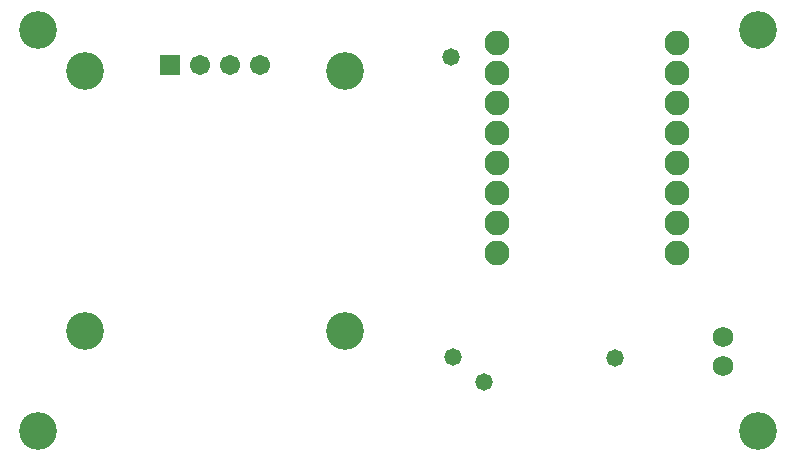
<source format=gbs>
G04*
G04 #@! TF.GenerationSoftware,Altium Limited,Altium Designer,24.7.2 (38)*
G04*
G04 Layer_Color=16711935*
%FSAX44Y44*%
%MOMM*%
G71*
G04*
G04 #@! TF.SameCoordinates,24FF2C46-A417-480C-89B1-4EDC075265FB*
G04*
G04*
G04 #@! TF.FilePolarity,Negative*
G04*
G01*
G75*
%ADD21C,3.2032*%
%ADD22R,1.7112X1.7112*%
%ADD23C,1.7112*%
%ADD25C,1.7272*%
%ADD26C,2.1082*%
%ADD27C,1.4732*%
D21*
X00630000Y00360000D02*
D03*
Y00020000D02*
D03*
X00020000D02*
D03*
Y00360000D02*
D03*
X00060000Y00325000D02*
D03*
X00280000D02*
D03*
Y00105000D02*
D03*
X00060000D02*
D03*
D22*
X00131900Y00330000D02*
D03*
D23*
X00157300D02*
D03*
X00182700D02*
D03*
X00208100D02*
D03*
D25*
X00600000Y00075000D02*
D03*
Y00100000D02*
D03*
D26*
X00561200Y00349000D02*
D03*
Y00323600D02*
D03*
Y00298200D02*
D03*
Y00272800D02*
D03*
Y00247400D02*
D03*
Y00222000D02*
D03*
Y00196600D02*
D03*
Y00171200D02*
D03*
X00408800D02*
D03*
Y00196600D02*
D03*
Y00222000D02*
D03*
Y00247400D02*
D03*
Y00272800D02*
D03*
Y00298200D02*
D03*
Y00323600D02*
D03*
Y00349000D02*
D03*
D27*
X00371358Y00082958D02*
D03*
X00397976Y00061976D02*
D03*
X00509000Y00081788D02*
D03*
X00369570Y00336550D02*
D03*
M02*

</source>
